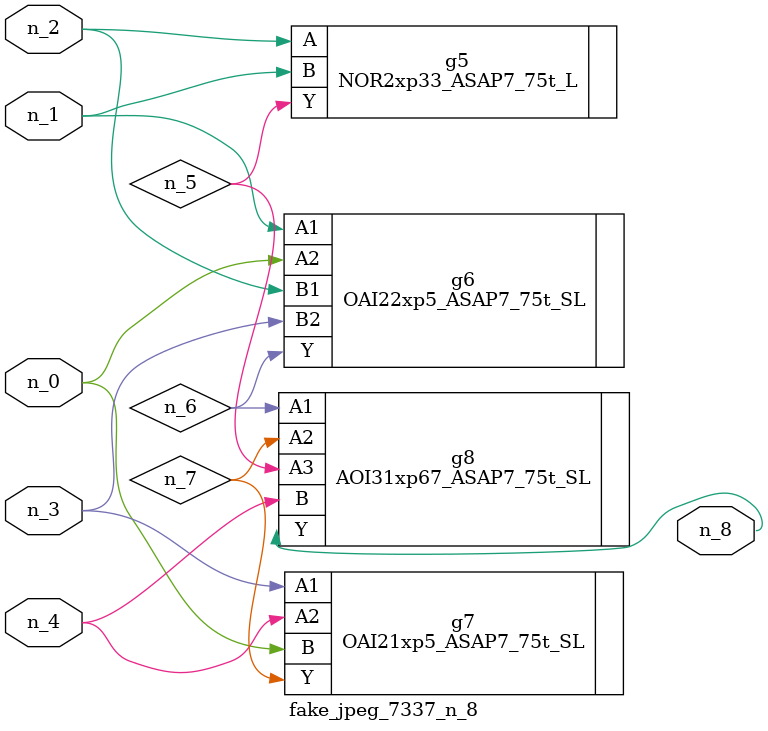
<source format=v>
module fake_jpeg_7337_n_8 (n_3, n_2, n_1, n_0, n_4, n_8);

input n_3;
input n_2;
input n_1;
input n_0;
input n_4;

output n_8;

wire n_6;
wire n_5;
wire n_7;

NOR2xp33_ASAP7_75t_L g5 ( 
.A(n_2),
.B(n_1),
.Y(n_5)
);

OAI22xp5_ASAP7_75t_SL g6 ( 
.A1(n_1),
.A2(n_0),
.B1(n_2),
.B2(n_3),
.Y(n_6)
);

OAI21xp5_ASAP7_75t_SL g7 ( 
.A1(n_3),
.A2(n_4),
.B(n_0),
.Y(n_7)
);

AOI31xp67_ASAP7_75t_SL g8 ( 
.A1(n_6),
.A2(n_7),
.A3(n_5),
.B(n_4),
.Y(n_8)
);


endmodule
</source>
